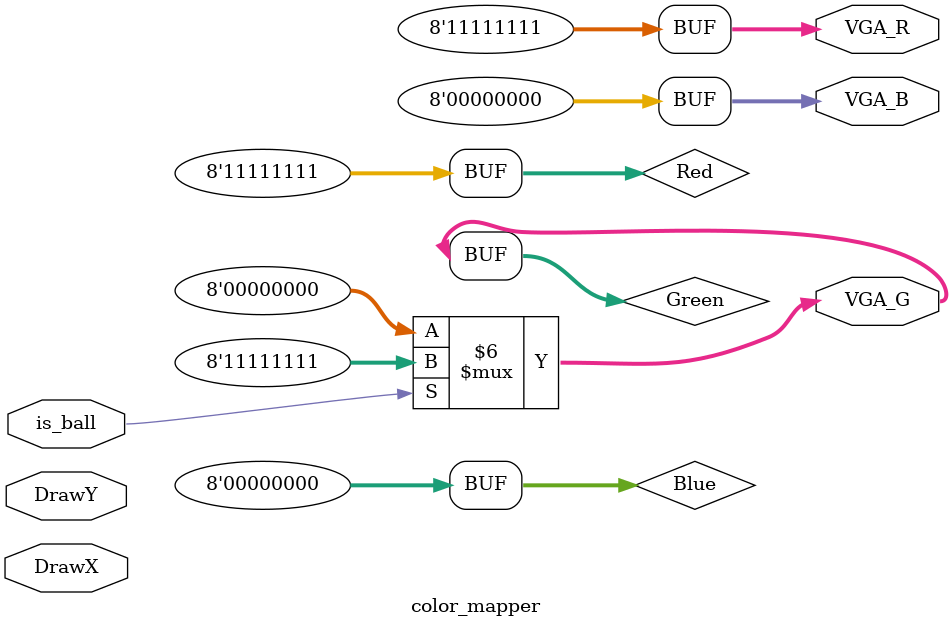
<source format=sv>

module  color_mapper ( input              is_ball,            // Whether current pixel belongs to ball 
                                                              //   or background (computed in ball.sv)
                       input        [9:0] DrawX, DrawY,       // Current pixel coordinates
                       output logic [7:0] VGA_R, VGA_G, VGA_B // VGA RGB output
                     );
    
    logic [7:0] Red, Green, Blue;
    
    // Output colors to VGA
    assign VGA_R = Red;
    assign VGA_G = Green;
    assign VGA_B = Blue;
    
    // Assign color based on is_ball signal
    always_comb
    begin
        if (is_ball == 1'b1) 
        begin
            // White ball
            Red = 8'hff;
            Green = 8'hff;
            Blue = 8'h00;
        end
        else 
        begin
            // Background with nice color gradient
            Red = 8'hff; // 8'h3f; 
            Green = 8'h00;
            Blue = 8'h00; // 8'h7f - {1'b0, DrawX[9:3]};
        end
    end 
    
endmodule

</source>
